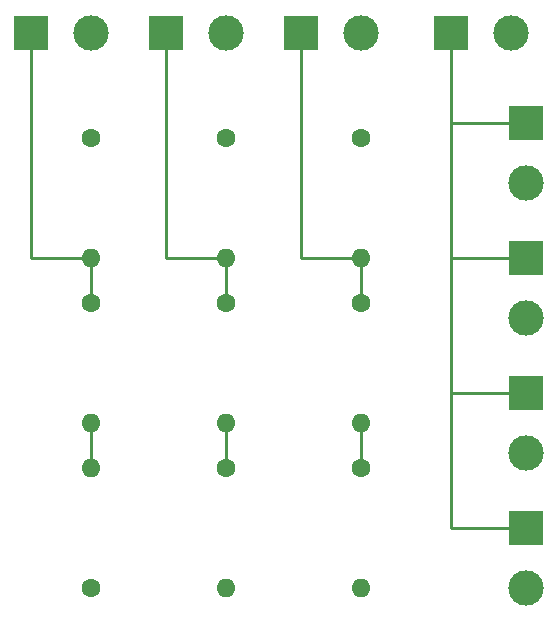
<source format=gbr>
%TF.GenerationSoftware,KiCad,Pcbnew,(5.1.10)-1*%
%TF.CreationDate,2021-11-07T09:23:59-08:00*%
%TF.ProjectId,encoder_5v_to_3v,656e636f-6465-4725-9f35-765f746f5f33,rev?*%
%TF.SameCoordinates,Original*%
%TF.FileFunction,Copper,L1,Top*%
%TF.FilePolarity,Positive*%
%FSLAX46Y46*%
G04 Gerber Fmt 4.6, Leading zero omitted, Abs format (unit mm)*
G04 Created by KiCad (PCBNEW (5.1.10)-1) date 2021-11-07 09:23:59*
%MOMM*%
%LPD*%
G01*
G04 APERTURE LIST*
%TA.AperFunction,ComponentPad*%
%ADD10O,1.600000X1.600000*%
%TD*%
%TA.AperFunction,ComponentPad*%
%ADD11C,1.600000*%
%TD*%
%TA.AperFunction,ComponentPad*%
%ADD12R,3.000000X3.000000*%
%TD*%
%TA.AperFunction,ComponentPad*%
%ADD13C,3.000000*%
%TD*%
%TA.AperFunction,ViaPad*%
%ADD14C,0.800000*%
%TD*%
%TA.AperFunction,Conductor*%
%ADD15C,0.250000*%
%TD*%
G04 APERTURE END LIST*
D10*
%TO.P,R1,2*%
%TO.N,Net-(J1-Pad1)*%
X97790000Y-99060000D03*
D11*
%TO.P,R1,1*%
%TO.N,Net-(J1-Pad2)*%
X97790000Y-88900000D03*
%TD*%
D10*
%TO.P,R9,2*%
%TO.N,GND*%
X120650000Y-127000000D03*
D11*
%TO.P,R9,1*%
%TO.N,Net-(R8-Pad2)*%
X120650000Y-116840000D03*
%TD*%
D10*
%TO.P,R8,2*%
%TO.N,Net-(R8-Pad2)*%
X120650000Y-113030000D03*
D11*
%TO.P,R8,1*%
%TO.N,Net-(J3-Pad1)*%
X120650000Y-102870000D03*
%TD*%
D10*
%TO.P,R7,2*%
%TO.N,Net-(J3-Pad1)*%
X120650000Y-99060000D03*
D11*
%TO.P,R7,1*%
%TO.N,Net-(J3-Pad2)*%
X120650000Y-88900000D03*
%TD*%
D10*
%TO.P,R6,2*%
%TO.N,GND*%
X109220000Y-127000000D03*
D11*
%TO.P,R6,1*%
%TO.N,Net-(R5-Pad2)*%
X109220000Y-116840000D03*
%TD*%
D10*
%TO.P,R5,2*%
%TO.N,Net-(R5-Pad2)*%
X109220000Y-113030000D03*
D11*
%TO.P,R5,1*%
%TO.N,Net-(J2-Pad1)*%
X109220000Y-102870000D03*
%TD*%
D10*
%TO.P,R4,2*%
%TO.N,Net-(J2-Pad1)*%
X109220000Y-99060000D03*
D11*
%TO.P,R4,1*%
%TO.N,Net-(J2-Pad2)*%
X109220000Y-88900000D03*
%TD*%
D10*
%TO.P,R3,2*%
%TO.N,Net-(R2-Pad2)*%
X97790000Y-116840000D03*
D11*
%TO.P,R3,1*%
%TO.N,GND*%
X97790000Y-127000000D03*
%TD*%
D10*
%TO.P,R2,2*%
%TO.N,Net-(R2-Pad2)*%
X97790000Y-113030000D03*
D11*
%TO.P,R2,1*%
%TO.N,Net-(J1-Pad1)*%
X97790000Y-102870000D03*
%TD*%
D12*
%TO.P,J1,1*%
%TO.N,Net-(J1-Pad1)*%
X92710000Y-80010000D03*
D13*
%TO.P,J1,2*%
%TO.N,Net-(J1-Pad2)*%
X97790000Y-80010000D03*
%TD*%
%TO.P,J2,2*%
%TO.N,Net-(J2-Pad2)*%
X109220000Y-80010000D03*
D12*
%TO.P,J2,1*%
%TO.N,Net-(J2-Pad1)*%
X104140000Y-80010000D03*
%TD*%
%TO.P,J3,1*%
%TO.N,Net-(J3-Pad1)*%
X115570000Y-80010000D03*
D13*
%TO.P,J3,2*%
%TO.N,Net-(J3-Pad2)*%
X120650000Y-80010000D03*
%TD*%
D12*
%TO.P,J4,1*%
%TO.N,Net-(J4-Pad1)*%
X128270000Y-80010000D03*
D13*
%TO.P,J4,2*%
%TO.N,GND*%
X133350000Y-80010000D03*
%TD*%
%TO.P,J5,2*%
%TO.N,GND*%
X134620000Y-127000000D03*
D12*
%TO.P,J5,1*%
%TO.N,Net-(J4-Pad1)*%
X134620000Y-121920000D03*
%TD*%
%TO.P,J6,1*%
%TO.N,Net-(J4-Pad1)*%
X134620000Y-110490000D03*
D13*
%TO.P,J6,2*%
%TO.N,GND*%
X134620000Y-115570000D03*
%TD*%
%TO.P,J7,2*%
%TO.N,GND*%
X134620000Y-104140000D03*
D12*
%TO.P,J7,1*%
%TO.N,Net-(J4-Pad1)*%
X134620000Y-99060000D03*
%TD*%
%TO.P,J8,1*%
%TO.N,Net-(J4-Pad1)*%
X134620000Y-87630000D03*
D13*
%TO.P,J8,2*%
%TO.N,GND*%
X134620000Y-92710000D03*
%TD*%
D14*
%TO.N,GND*%
X97790000Y-127000000D03*
X109220000Y-127000000D03*
X120650000Y-127000000D03*
X134620000Y-127000000D03*
X134620000Y-115570000D03*
X134620000Y-104140000D03*
X134620000Y-92710000D03*
%TD*%
D15*
%TO.N,Net-(J1-Pad1)*%
X92710000Y-99060000D02*
X97790000Y-99060000D01*
X92710000Y-80010000D02*
X92710000Y-99060000D01*
X97790000Y-102870000D02*
X97790000Y-99060000D01*
%TO.N,Net-(J2-Pad1)*%
X104140000Y-80010000D02*
X104140000Y-99060000D01*
X104140000Y-99060000D02*
X109220000Y-99060000D01*
X109220000Y-102870000D02*
X109220000Y-99060000D01*
%TO.N,Net-(J3-Pad1)*%
X115570000Y-80010000D02*
X115570000Y-99060000D01*
X115570000Y-99060000D02*
X120650000Y-99060000D01*
X120650000Y-102870000D02*
X120650000Y-99060000D01*
%TO.N,Net-(J4-Pad1)*%
X128270000Y-110490000D02*
X128270000Y-121920000D01*
X128270000Y-99060000D02*
X128270000Y-110490000D01*
X128270000Y-80010000D02*
X128270000Y-87630000D01*
X128270000Y-87630000D02*
X128270000Y-99060000D01*
X134620000Y-87630000D02*
X128270000Y-87630000D01*
X134620000Y-99060000D02*
X128270000Y-99060000D01*
X134620000Y-110490000D02*
X128270000Y-110490000D01*
X134620000Y-121920000D02*
X128270000Y-121920000D01*
%TO.N,Net-(R2-Pad2)*%
X97790000Y-113030000D02*
X97790000Y-116840000D01*
%TO.N,Net-(R5-Pad2)*%
X109220000Y-113030000D02*
X109220000Y-116840000D01*
%TO.N,Net-(R8-Pad2)*%
X120650000Y-113030000D02*
X120650000Y-116840000D01*
%TD*%
M02*

</source>
